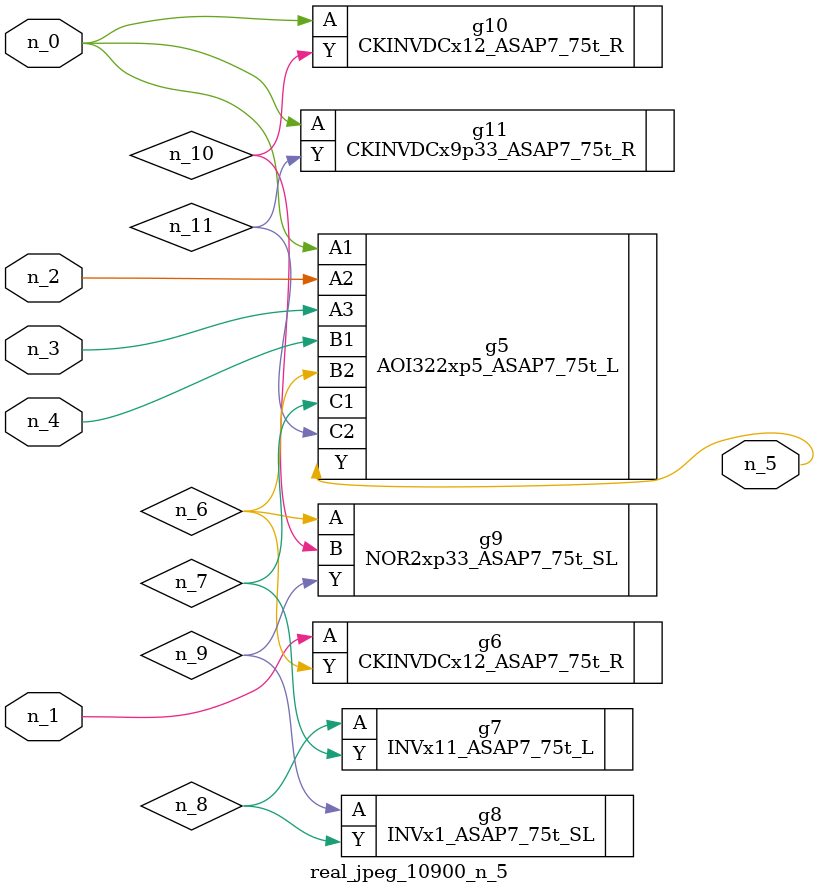
<source format=v>
module real_jpeg_10900_n_5 (n_4, n_0, n_1, n_2, n_3, n_5);

input n_4;
input n_0;
input n_1;
input n_2;
input n_3;

output n_5;

wire n_8;
wire n_11;
wire n_6;
wire n_7;
wire n_10;
wire n_9;

AOI322xp5_ASAP7_75t_L g5 ( 
.A1(n_0),
.A2(n_2),
.A3(n_3),
.B1(n_4),
.B2(n_6),
.C1(n_7),
.C2(n_11),
.Y(n_5)
);

CKINVDCx12_ASAP7_75t_R g10 ( 
.A(n_0),
.Y(n_10)
);

CKINVDCx9p33_ASAP7_75t_R g11 ( 
.A(n_0),
.Y(n_11)
);

CKINVDCx12_ASAP7_75t_R g6 ( 
.A(n_1),
.Y(n_6)
);

NOR2xp33_ASAP7_75t_SL g9 ( 
.A(n_6),
.B(n_10),
.Y(n_9)
);

INVx11_ASAP7_75t_L g7 ( 
.A(n_8),
.Y(n_7)
);

INVx1_ASAP7_75t_SL g8 ( 
.A(n_9),
.Y(n_8)
);


endmodule
</source>
